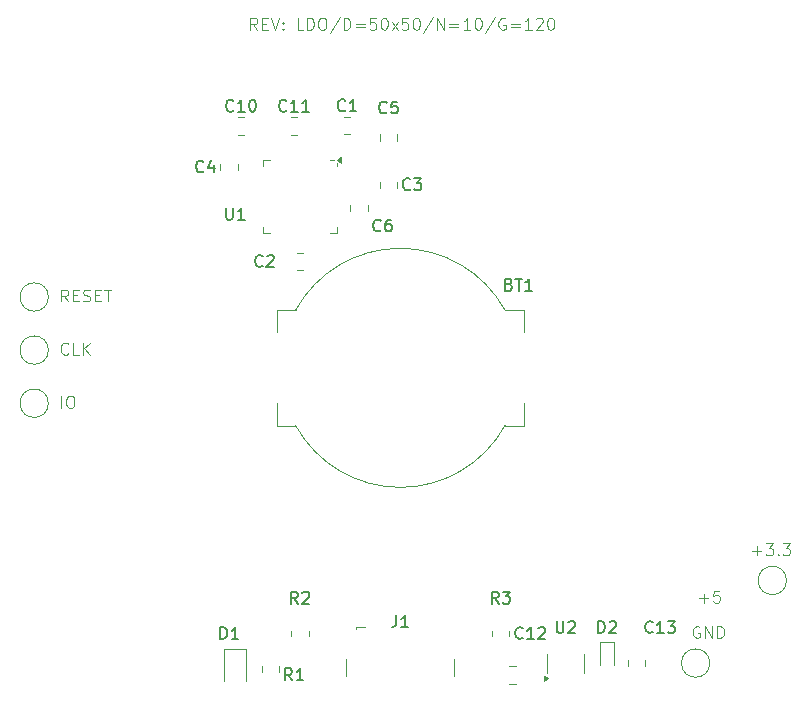
<source format=gbr>
%TF.GenerationSoftware,KiCad,Pcbnew,8.0.3-8.0.3-0~ubuntu24.04.1*%
%TF.CreationDate,2024-06-13T22:02:11+05:00*%
%TF.ProjectId,solartap_mcu_clear,736f6c61-7274-4617-905f-6d63755f636c,rev?*%
%TF.SameCoordinates,Original*%
%TF.FileFunction,Legend,Top*%
%TF.FilePolarity,Positive*%
%FSLAX46Y46*%
G04 Gerber Fmt 4.6, Leading zero omitted, Abs format (unit mm)*
G04 Created by KiCad (PCBNEW 8.0.3-8.0.3-0~ubuntu24.04.1) date 2024-06-13 22:02:11*
%MOMM*%
%LPD*%
G01*
G04 APERTURE LIST*
%ADD10C,0.100000*%
%ADD11C,0.150000*%
%ADD12C,0.120000*%
G04 APERTURE END LIST*
D10*
X66875312Y-75872419D02*
X66541979Y-75396228D01*
X66303884Y-75872419D02*
X66303884Y-74872419D01*
X66303884Y-74872419D02*
X66684836Y-74872419D01*
X66684836Y-74872419D02*
X66780074Y-74920038D01*
X66780074Y-74920038D02*
X66827693Y-74967657D01*
X66827693Y-74967657D02*
X66875312Y-75062895D01*
X66875312Y-75062895D02*
X66875312Y-75205752D01*
X66875312Y-75205752D02*
X66827693Y-75300990D01*
X66827693Y-75300990D02*
X66780074Y-75348609D01*
X66780074Y-75348609D02*
X66684836Y-75396228D01*
X66684836Y-75396228D02*
X66303884Y-75396228D01*
X67303884Y-75348609D02*
X67637217Y-75348609D01*
X67780074Y-75872419D02*
X67303884Y-75872419D01*
X67303884Y-75872419D02*
X67303884Y-74872419D01*
X67303884Y-74872419D02*
X67780074Y-74872419D01*
X68161027Y-75824800D02*
X68303884Y-75872419D01*
X68303884Y-75872419D02*
X68541979Y-75872419D01*
X68541979Y-75872419D02*
X68637217Y-75824800D01*
X68637217Y-75824800D02*
X68684836Y-75777180D01*
X68684836Y-75777180D02*
X68732455Y-75681942D01*
X68732455Y-75681942D02*
X68732455Y-75586704D01*
X68732455Y-75586704D02*
X68684836Y-75491466D01*
X68684836Y-75491466D02*
X68637217Y-75443847D01*
X68637217Y-75443847D02*
X68541979Y-75396228D01*
X68541979Y-75396228D02*
X68351503Y-75348609D01*
X68351503Y-75348609D02*
X68256265Y-75300990D01*
X68256265Y-75300990D02*
X68208646Y-75253371D01*
X68208646Y-75253371D02*
X68161027Y-75158133D01*
X68161027Y-75158133D02*
X68161027Y-75062895D01*
X68161027Y-75062895D02*
X68208646Y-74967657D01*
X68208646Y-74967657D02*
X68256265Y-74920038D01*
X68256265Y-74920038D02*
X68351503Y-74872419D01*
X68351503Y-74872419D02*
X68589598Y-74872419D01*
X68589598Y-74872419D02*
X68732455Y-74920038D01*
X69161027Y-75348609D02*
X69494360Y-75348609D01*
X69637217Y-75872419D02*
X69161027Y-75872419D01*
X69161027Y-75872419D02*
X69161027Y-74872419D01*
X69161027Y-74872419D02*
X69637217Y-74872419D01*
X69922932Y-74872419D02*
X70494360Y-74872419D01*
X70208646Y-75872419D02*
X70208646Y-74872419D01*
X124803884Y-96991466D02*
X125565789Y-96991466D01*
X125184836Y-97372419D02*
X125184836Y-96610514D01*
X125946741Y-96372419D02*
X126565788Y-96372419D01*
X126565788Y-96372419D02*
X126232455Y-96753371D01*
X126232455Y-96753371D02*
X126375312Y-96753371D01*
X126375312Y-96753371D02*
X126470550Y-96800990D01*
X126470550Y-96800990D02*
X126518169Y-96848609D01*
X126518169Y-96848609D02*
X126565788Y-96943847D01*
X126565788Y-96943847D02*
X126565788Y-97181942D01*
X126565788Y-97181942D02*
X126518169Y-97277180D01*
X126518169Y-97277180D02*
X126470550Y-97324800D01*
X126470550Y-97324800D02*
X126375312Y-97372419D01*
X126375312Y-97372419D02*
X126089598Y-97372419D01*
X126089598Y-97372419D02*
X125994360Y-97324800D01*
X125994360Y-97324800D02*
X125946741Y-97277180D01*
X126994360Y-97277180D02*
X127041979Y-97324800D01*
X127041979Y-97324800D02*
X126994360Y-97372419D01*
X126994360Y-97372419D02*
X126946741Y-97324800D01*
X126946741Y-97324800D02*
X126994360Y-97277180D01*
X126994360Y-97277180D02*
X126994360Y-97372419D01*
X127375312Y-96372419D02*
X127994359Y-96372419D01*
X127994359Y-96372419D02*
X127661026Y-96753371D01*
X127661026Y-96753371D02*
X127803883Y-96753371D01*
X127803883Y-96753371D02*
X127899121Y-96800990D01*
X127899121Y-96800990D02*
X127946740Y-96848609D01*
X127946740Y-96848609D02*
X127994359Y-96943847D01*
X127994359Y-96943847D02*
X127994359Y-97181942D01*
X127994359Y-97181942D02*
X127946740Y-97277180D01*
X127946740Y-97277180D02*
X127899121Y-97324800D01*
X127899121Y-97324800D02*
X127803883Y-97372419D01*
X127803883Y-97372419D02*
X127518169Y-97372419D01*
X127518169Y-97372419D02*
X127422931Y-97324800D01*
X127422931Y-97324800D02*
X127375312Y-97277180D01*
X66303884Y-84872419D02*
X66303884Y-83872419D01*
X66970550Y-83872419D02*
X67161026Y-83872419D01*
X67161026Y-83872419D02*
X67256264Y-83920038D01*
X67256264Y-83920038D02*
X67351502Y-84015276D01*
X67351502Y-84015276D02*
X67399121Y-84205752D01*
X67399121Y-84205752D02*
X67399121Y-84539085D01*
X67399121Y-84539085D02*
X67351502Y-84729561D01*
X67351502Y-84729561D02*
X67256264Y-84824800D01*
X67256264Y-84824800D02*
X67161026Y-84872419D01*
X67161026Y-84872419D02*
X66970550Y-84872419D01*
X66970550Y-84872419D02*
X66875312Y-84824800D01*
X66875312Y-84824800D02*
X66780074Y-84729561D01*
X66780074Y-84729561D02*
X66732455Y-84539085D01*
X66732455Y-84539085D02*
X66732455Y-84205752D01*
X66732455Y-84205752D02*
X66780074Y-84015276D01*
X66780074Y-84015276D02*
X66875312Y-83920038D01*
X66875312Y-83920038D02*
X66970550Y-83872419D01*
X120327693Y-103420038D02*
X120232455Y-103372419D01*
X120232455Y-103372419D02*
X120089598Y-103372419D01*
X120089598Y-103372419D02*
X119946741Y-103420038D01*
X119946741Y-103420038D02*
X119851503Y-103515276D01*
X119851503Y-103515276D02*
X119803884Y-103610514D01*
X119803884Y-103610514D02*
X119756265Y-103800990D01*
X119756265Y-103800990D02*
X119756265Y-103943847D01*
X119756265Y-103943847D02*
X119803884Y-104134323D01*
X119803884Y-104134323D02*
X119851503Y-104229561D01*
X119851503Y-104229561D02*
X119946741Y-104324800D01*
X119946741Y-104324800D02*
X120089598Y-104372419D01*
X120089598Y-104372419D02*
X120184836Y-104372419D01*
X120184836Y-104372419D02*
X120327693Y-104324800D01*
X120327693Y-104324800D02*
X120375312Y-104277180D01*
X120375312Y-104277180D02*
X120375312Y-103943847D01*
X120375312Y-103943847D02*
X120184836Y-103943847D01*
X120803884Y-104372419D02*
X120803884Y-103372419D01*
X120803884Y-103372419D02*
X121375312Y-104372419D01*
X121375312Y-104372419D02*
X121375312Y-103372419D01*
X121851503Y-104372419D02*
X121851503Y-103372419D01*
X121851503Y-103372419D02*
X122089598Y-103372419D01*
X122089598Y-103372419D02*
X122232455Y-103420038D01*
X122232455Y-103420038D02*
X122327693Y-103515276D01*
X122327693Y-103515276D02*
X122375312Y-103610514D01*
X122375312Y-103610514D02*
X122422931Y-103800990D01*
X122422931Y-103800990D02*
X122422931Y-103943847D01*
X122422931Y-103943847D02*
X122375312Y-104134323D01*
X122375312Y-104134323D02*
X122327693Y-104229561D01*
X122327693Y-104229561D02*
X122232455Y-104324800D01*
X122232455Y-104324800D02*
X122089598Y-104372419D01*
X122089598Y-104372419D02*
X121851503Y-104372419D01*
X66875312Y-80277180D02*
X66827693Y-80324800D01*
X66827693Y-80324800D02*
X66684836Y-80372419D01*
X66684836Y-80372419D02*
X66589598Y-80372419D01*
X66589598Y-80372419D02*
X66446741Y-80324800D01*
X66446741Y-80324800D02*
X66351503Y-80229561D01*
X66351503Y-80229561D02*
X66303884Y-80134323D01*
X66303884Y-80134323D02*
X66256265Y-79943847D01*
X66256265Y-79943847D02*
X66256265Y-79800990D01*
X66256265Y-79800990D02*
X66303884Y-79610514D01*
X66303884Y-79610514D02*
X66351503Y-79515276D01*
X66351503Y-79515276D02*
X66446741Y-79420038D01*
X66446741Y-79420038D02*
X66589598Y-79372419D01*
X66589598Y-79372419D02*
X66684836Y-79372419D01*
X66684836Y-79372419D02*
X66827693Y-79420038D01*
X66827693Y-79420038D02*
X66875312Y-79467657D01*
X67780074Y-80372419D02*
X67303884Y-80372419D01*
X67303884Y-80372419D02*
X67303884Y-79372419D01*
X68113408Y-80372419D02*
X68113408Y-79372419D01*
X68684836Y-80372419D02*
X68256265Y-79800990D01*
X68684836Y-79372419D02*
X68113408Y-79943847D01*
X82875312Y-52872419D02*
X82541979Y-52396228D01*
X82303884Y-52872419D02*
X82303884Y-51872419D01*
X82303884Y-51872419D02*
X82684836Y-51872419D01*
X82684836Y-51872419D02*
X82780074Y-51920038D01*
X82780074Y-51920038D02*
X82827693Y-51967657D01*
X82827693Y-51967657D02*
X82875312Y-52062895D01*
X82875312Y-52062895D02*
X82875312Y-52205752D01*
X82875312Y-52205752D02*
X82827693Y-52300990D01*
X82827693Y-52300990D02*
X82780074Y-52348609D01*
X82780074Y-52348609D02*
X82684836Y-52396228D01*
X82684836Y-52396228D02*
X82303884Y-52396228D01*
X83303884Y-52348609D02*
X83637217Y-52348609D01*
X83780074Y-52872419D02*
X83303884Y-52872419D01*
X83303884Y-52872419D02*
X83303884Y-51872419D01*
X83303884Y-51872419D02*
X83780074Y-51872419D01*
X84065789Y-51872419D02*
X84399122Y-52872419D01*
X84399122Y-52872419D02*
X84732455Y-51872419D01*
X85065789Y-52777180D02*
X85113408Y-52824800D01*
X85113408Y-52824800D02*
X85065789Y-52872419D01*
X85065789Y-52872419D02*
X85018170Y-52824800D01*
X85018170Y-52824800D02*
X85065789Y-52777180D01*
X85065789Y-52777180D02*
X85065789Y-52872419D01*
X85065789Y-52253371D02*
X85113408Y-52300990D01*
X85113408Y-52300990D02*
X85065789Y-52348609D01*
X85065789Y-52348609D02*
X85018170Y-52300990D01*
X85018170Y-52300990D02*
X85065789Y-52253371D01*
X85065789Y-52253371D02*
X85065789Y-52348609D01*
X86780074Y-52872419D02*
X86303884Y-52872419D01*
X86303884Y-52872419D02*
X86303884Y-51872419D01*
X87113408Y-52872419D02*
X87113408Y-51872419D01*
X87113408Y-51872419D02*
X87351503Y-51872419D01*
X87351503Y-51872419D02*
X87494360Y-51920038D01*
X87494360Y-51920038D02*
X87589598Y-52015276D01*
X87589598Y-52015276D02*
X87637217Y-52110514D01*
X87637217Y-52110514D02*
X87684836Y-52300990D01*
X87684836Y-52300990D02*
X87684836Y-52443847D01*
X87684836Y-52443847D02*
X87637217Y-52634323D01*
X87637217Y-52634323D02*
X87589598Y-52729561D01*
X87589598Y-52729561D02*
X87494360Y-52824800D01*
X87494360Y-52824800D02*
X87351503Y-52872419D01*
X87351503Y-52872419D02*
X87113408Y-52872419D01*
X88303884Y-51872419D02*
X88494360Y-51872419D01*
X88494360Y-51872419D02*
X88589598Y-51920038D01*
X88589598Y-51920038D02*
X88684836Y-52015276D01*
X88684836Y-52015276D02*
X88732455Y-52205752D01*
X88732455Y-52205752D02*
X88732455Y-52539085D01*
X88732455Y-52539085D02*
X88684836Y-52729561D01*
X88684836Y-52729561D02*
X88589598Y-52824800D01*
X88589598Y-52824800D02*
X88494360Y-52872419D01*
X88494360Y-52872419D02*
X88303884Y-52872419D01*
X88303884Y-52872419D02*
X88208646Y-52824800D01*
X88208646Y-52824800D02*
X88113408Y-52729561D01*
X88113408Y-52729561D02*
X88065789Y-52539085D01*
X88065789Y-52539085D02*
X88065789Y-52205752D01*
X88065789Y-52205752D02*
X88113408Y-52015276D01*
X88113408Y-52015276D02*
X88208646Y-51920038D01*
X88208646Y-51920038D02*
X88303884Y-51872419D01*
X89875312Y-51824800D02*
X89018170Y-53110514D01*
X90208646Y-52872419D02*
X90208646Y-51872419D01*
X90208646Y-51872419D02*
X90446741Y-51872419D01*
X90446741Y-51872419D02*
X90589598Y-51920038D01*
X90589598Y-51920038D02*
X90684836Y-52015276D01*
X90684836Y-52015276D02*
X90732455Y-52110514D01*
X90732455Y-52110514D02*
X90780074Y-52300990D01*
X90780074Y-52300990D02*
X90780074Y-52443847D01*
X90780074Y-52443847D02*
X90732455Y-52634323D01*
X90732455Y-52634323D02*
X90684836Y-52729561D01*
X90684836Y-52729561D02*
X90589598Y-52824800D01*
X90589598Y-52824800D02*
X90446741Y-52872419D01*
X90446741Y-52872419D02*
X90208646Y-52872419D01*
X91208646Y-52348609D02*
X91970551Y-52348609D01*
X91970551Y-52634323D02*
X91208646Y-52634323D01*
X92922931Y-51872419D02*
X92446741Y-51872419D01*
X92446741Y-51872419D02*
X92399122Y-52348609D01*
X92399122Y-52348609D02*
X92446741Y-52300990D01*
X92446741Y-52300990D02*
X92541979Y-52253371D01*
X92541979Y-52253371D02*
X92780074Y-52253371D01*
X92780074Y-52253371D02*
X92875312Y-52300990D01*
X92875312Y-52300990D02*
X92922931Y-52348609D01*
X92922931Y-52348609D02*
X92970550Y-52443847D01*
X92970550Y-52443847D02*
X92970550Y-52681942D01*
X92970550Y-52681942D02*
X92922931Y-52777180D01*
X92922931Y-52777180D02*
X92875312Y-52824800D01*
X92875312Y-52824800D02*
X92780074Y-52872419D01*
X92780074Y-52872419D02*
X92541979Y-52872419D01*
X92541979Y-52872419D02*
X92446741Y-52824800D01*
X92446741Y-52824800D02*
X92399122Y-52777180D01*
X93589598Y-51872419D02*
X93684836Y-51872419D01*
X93684836Y-51872419D02*
X93780074Y-51920038D01*
X93780074Y-51920038D02*
X93827693Y-51967657D01*
X93827693Y-51967657D02*
X93875312Y-52062895D01*
X93875312Y-52062895D02*
X93922931Y-52253371D01*
X93922931Y-52253371D02*
X93922931Y-52491466D01*
X93922931Y-52491466D02*
X93875312Y-52681942D01*
X93875312Y-52681942D02*
X93827693Y-52777180D01*
X93827693Y-52777180D02*
X93780074Y-52824800D01*
X93780074Y-52824800D02*
X93684836Y-52872419D01*
X93684836Y-52872419D02*
X93589598Y-52872419D01*
X93589598Y-52872419D02*
X93494360Y-52824800D01*
X93494360Y-52824800D02*
X93446741Y-52777180D01*
X93446741Y-52777180D02*
X93399122Y-52681942D01*
X93399122Y-52681942D02*
X93351503Y-52491466D01*
X93351503Y-52491466D02*
X93351503Y-52253371D01*
X93351503Y-52253371D02*
X93399122Y-52062895D01*
X93399122Y-52062895D02*
X93446741Y-51967657D01*
X93446741Y-51967657D02*
X93494360Y-51920038D01*
X93494360Y-51920038D02*
X93589598Y-51872419D01*
X94256265Y-52872419D02*
X94780074Y-52205752D01*
X94256265Y-52205752D02*
X94780074Y-52872419D01*
X95637217Y-51872419D02*
X95161027Y-51872419D01*
X95161027Y-51872419D02*
X95113408Y-52348609D01*
X95113408Y-52348609D02*
X95161027Y-52300990D01*
X95161027Y-52300990D02*
X95256265Y-52253371D01*
X95256265Y-52253371D02*
X95494360Y-52253371D01*
X95494360Y-52253371D02*
X95589598Y-52300990D01*
X95589598Y-52300990D02*
X95637217Y-52348609D01*
X95637217Y-52348609D02*
X95684836Y-52443847D01*
X95684836Y-52443847D02*
X95684836Y-52681942D01*
X95684836Y-52681942D02*
X95637217Y-52777180D01*
X95637217Y-52777180D02*
X95589598Y-52824800D01*
X95589598Y-52824800D02*
X95494360Y-52872419D01*
X95494360Y-52872419D02*
X95256265Y-52872419D01*
X95256265Y-52872419D02*
X95161027Y-52824800D01*
X95161027Y-52824800D02*
X95113408Y-52777180D01*
X96303884Y-51872419D02*
X96399122Y-51872419D01*
X96399122Y-51872419D02*
X96494360Y-51920038D01*
X96494360Y-51920038D02*
X96541979Y-51967657D01*
X96541979Y-51967657D02*
X96589598Y-52062895D01*
X96589598Y-52062895D02*
X96637217Y-52253371D01*
X96637217Y-52253371D02*
X96637217Y-52491466D01*
X96637217Y-52491466D02*
X96589598Y-52681942D01*
X96589598Y-52681942D02*
X96541979Y-52777180D01*
X96541979Y-52777180D02*
X96494360Y-52824800D01*
X96494360Y-52824800D02*
X96399122Y-52872419D01*
X96399122Y-52872419D02*
X96303884Y-52872419D01*
X96303884Y-52872419D02*
X96208646Y-52824800D01*
X96208646Y-52824800D02*
X96161027Y-52777180D01*
X96161027Y-52777180D02*
X96113408Y-52681942D01*
X96113408Y-52681942D02*
X96065789Y-52491466D01*
X96065789Y-52491466D02*
X96065789Y-52253371D01*
X96065789Y-52253371D02*
X96113408Y-52062895D01*
X96113408Y-52062895D02*
X96161027Y-51967657D01*
X96161027Y-51967657D02*
X96208646Y-51920038D01*
X96208646Y-51920038D02*
X96303884Y-51872419D01*
X97780074Y-51824800D02*
X96922932Y-53110514D01*
X98113408Y-52872419D02*
X98113408Y-51872419D01*
X98113408Y-51872419D02*
X98684836Y-52872419D01*
X98684836Y-52872419D02*
X98684836Y-51872419D01*
X99161027Y-52348609D02*
X99922932Y-52348609D01*
X99922932Y-52634323D02*
X99161027Y-52634323D01*
X100922931Y-52872419D02*
X100351503Y-52872419D01*
X100637217Y-52872419D02*
X100637217Y-51872419D01*
X100637217Y-51872419D02*
X100541979Y-52015276D01*
X100541979Y-52015276D02*
X100446741Y-52110514D01*
X100446741Y-52110514D02*
X100351503Y-52158133D01*
X101541979Y-51872419D02*
X101637217Y-51872419D01*
X101637217Y-51872419D02*
X101732455Y-51920038D01*
X101732455Y-51920038D02*
X101780074Y-51967657D01*
X101780074Y-51967657D02*
X101827693Y-52062895D01*
X101827693Y-52062895D02*
X101875312Y-52253371D01*
X101875312Y-52253371D02*
X101875312Y-52491466D01*
X101875312Y-52491466D02*
X101827693Y-52681942D01*
X101827693Y-52681942D02*
X101780074Y-52777180D01*
X101780074Y-52777180D02*
X101732455Y-52824800D01*
X101732455Y-52824800D02*
X101637217Y-52872419D01*
X101637217Y-52872419D02*
X101541979Y-52872419D01*
X101541979Y-52872419D02*
X101446741Y-52824800D01*
X101446741Y-52824800D02*
X101399122Y-52777180D01*
X101399122Y-52777180D02*
X101351503Y-52681942D01*
X101351503Y-52681942D02*
X101303884Y-52491466D01*
X101303884Y-52491466D02*
X101303884Y-52253371D01*
X101303884Y-52253371D02*
X101351503Y-52062895D01*
X101351503Y-52062895D02*
X101399122Y-51967657D01*
X101399122Y-51967657D02*
X101446741Y-51920038D01*
X101446741Y-51920038D02*
X101541979Y-51872419D01*
X103018169Y-51824800D02*
X102161027Y-53110514D01*
X103875312Y-51920038D02*
X103780074Y-51872419D01*
X103780074Y-51872419D02*
X103637217Y-51872419D01*
X103637217Y-51872419D02*
X103494360Y-51920038D01*
X103494360Y-51920038D02*
X103399122Y-52015276D01*
X103399122Y-52015276D02*
X103351503Y-52110514D01*
X103351503Y-52110514D02*
X103303884Y-52300990D01*
X103303884Y-52300990D02*
X103303884Y-52443847D01*
X103303884Y-52443847D02*
X103351503Y-52634323D01*
X103351503Y-52634323D02*
X103399122Y-52729561D01*
X103399122Y-52729561D02*
X103494360Y-52824800D01*
X103494360Y-52824800D02*
X103637217Y-52872419D01*
X103637217Y-52872419D02*
X103732455Y-52872419D01*
X103732455Y-52872419D02*
X103875312Y-52824800D01*
X103875312Y-52824800D02*
X103922931Y-52777180D01*
X103922931Y-52777180D02*
X103922931Y-52443847D01*
X103922931Y-52443847D02*
X103732455Y-52443847D01*
X104351503Y-52348609D02*
X105113408Y-52348609D01*
X105113408Y-52634323D02*
X104351503Y-52634323D01*
X106113407Y-52872419D02*
X105541979Y-52872419D01*
X105827693Y-52872419D02*
X105827693Y-51872419D01*
X105827693Y-51872419D02*
X105732455Y-52015276D01*
X105732455Y-52015276D02*
X105637217Y-52110514D01*
X105637217Y-52110514D02*
X105541979Y-52158133D01*
X106494360Y-51967657D02*
X106541979Y-51920038D01*
X106541979Y-51920038D02*
X106637217Y-51872419D01*
X106637217Y-51872419D02*
X106875312Y-51872419D01*
X106875312Y-51872419D02*
X106970550Y-51920038D01*
X106970550Y-51920038D02*
X107018169Y-51967657D01*
X107018169Y-51967657D02*
X107065788Y-52062895D01*
X107065788Y-52062895D02*
X107065788Y-52158133D01*
X107065788Y-52158133D02*
X107018169Y-52300990D01*
X107018169Y-52300990D02*
X106446741Y-52872419D01*
X106446741Y-52872419D02*
X107065788Y-52872419D01*
X107684836Y-51872419D02*
X107780074Y-51872419D01*
X107780074Y-51872419D02*
X107875312Y-51920038D01*
X107875312Y-51920038D02*
X107922931Y-51967657D01*
X107922931Y-51967657D02*
X107970550Y-52062895D01*
X107970550Y-52062895D02*
X108018169Y-52253371D01*
X108018169Y-52253371D02*
X108018169Y-52491466D01*
X108018169Y-52491466D02*
X107970550Y-52681942D01*
X107970550Y-52681942D02*
X107922931Y-52777180D01*
X107922931Y-52777180D02*
X107875312Y-52824800D01*
X107875312Y-52824800D02*
X107780074Y-52872419D01*
X107780074Y-52872419D02*
X107684836Y-52872419D01*
X107684836Y-52872419D02*
X107589598Y-52824800D01*
X107589598Y-52824800D02*
X107541979Y-52777180D01*
X107541979Y-52777180D02*
X107494360Y-52681942D01*
X107494360Y-52681942D02*
X107446741Y-52491466D01*
X107446741Y-52491466D02*
X107446741Y-52253371D01*
X107446741Y-52253371D02*
X107494360Y-52062895D01*
X107494360Y-52062895D02*
X107541979Y-51967657D01*
X107541979Y-51967657D02*
X107589598Y-51920038D01*
X107589598Y-51920038D02*
X107684836Y-51872419D01*
X120303884Y-100991466D02*
X121065789Y-100991466D01*
X120684836Y-101372419D02*
X120684836Y-100610514D01*
X122018169Y-100372419D02*
X121541979Y-100372419D01*
X121541979Y-100372419D02*
X121494360Y-100848609D01*
X121494360Y-100848609D02*
X121541979Y-100800990D01*
X121541979Y-100800990D02*
X121637217Y-100753371D01*
X121637217Y-100753371D02*
X121875312Y-100753371D01*
X121875312Y-100753371D02*
X121970550Y-100800990D01*
X121970550Y-100800990D02*
X122018169Y-100848609D01*
X122018169Y-100848609D02*
X122065788Y-100943847D01*
X122065788Y-100943847D02*
X122065788Y-101181942D01*
X122065788Y-101181942D02*
X122018169Y-101277180D01*
X122018169Y-101277180D02*
X121970550Y-101324800D01*
X121970550Y-101324800D02*
X121875312Y-101372419D01*
X121875312Y-101372419D02*
X121637217Y-101372419D01*
X121637217Y-101372419D02*
X121541979Y-101324800D01*
X121541979Y-101324800D02*
X121494360Y-101277180D01*
D11*
X93833333Y-59859580D02*
X93785714Y-59907200D01*
X93785714Y-59907200D02*
X93642857Y-59954819D01*
X93642857Y-59954819D02*
X93547619Y-59954819D01*
X93547619Y-59954819D02*
X93404762Y-59907200D01*
X93404762Y-59907200D02*
X93309524Y-59811961D01*
X93309524Y-59811961D02*
X93261905Y-59716723D01*
X93261905Y-59716723D02*
X93214286Y-59526247D01*
X93214286Y-59526247D02*
X93214286Y-59383390D01*
X93214286Y-59383390D02*
X93261905Y-59192914D01*
X93261905Y-59192914D02*
X93309524Y-59097676D01*
X93309524Y-59097676D02*
X93404762Y-59002438D01*
X93404762Y-59002438D02*
X93547619Y-58954819D01*
X93547619Y-58954819D02*
X93642857Y-58954819D01*
X93642857Y-58954819D02*
X93785714Y-59002438D01*
X93785714Y-59002438D02*
X93833333Y-59050057D01*
X94738095Y-58954819D02*
X94261905Y-58954819D01*
X94261905Y-58954819D02*
X94214286Y-59431009D01*
X94214286Y-59431009D02*
X94261905Y-59383390D01*
X94261905Y-59383390D02*
X94357143Y-59335771D01*
X94357143Y-59335771D02*
X94595238Y-59335771D01*
X94595238Y-59335771D02*
X94690476Y-59383390D01*
X94690476Y-59383390D02*
X94738095Y-59431009D01*
X94738095Y-59431009D02*
X94785714Y-59526247D01*
X94785714Y-59526247D02*
X94785714Y-59764342D01*
X94785714Y-59764342D02*
X94738095Y-59859580D01*
X94738095Y-59859580D02*
X94690476Y-59907200D01*
X94690476Y-59907200D02*
X94595238Y-59954819D01*
X94595238Y-59954819D02*
X94357143Y-59954819D01*
X94357143Y-59954819D02*
X94261905Y-59907200D01*
X94261905Y-59907200D02*
X94214286Y-59859580D01*
X78333333Y-64859580D02*
X78285714Y-64907200D01*
X78285714Y-64907200D02*
X78142857Y-64954819D01*
X78142857Y-64954819D02*
X78047619Y-64954819D01*
X78047619Y-64954819D02*
X77904762Y-64907200D01*
X77904762Y-64907200D02*
X77809524Y-64811961D01*
X77809524Y-64811961D02*
X77761905Y-64716723D01*
X77761905Y-64716723D02*
X77714286Y-64526247D01*
X77714286Y-64526247D02*
X77714286Y-64383390D01*
X77714286Y-64383390D02*
X77761905Y-64192914D01*
X77761905Y-64192914D02*
X77809524Y-64097676D01*
X77809524Y-64097676D02*
X77904762Y-64002438D01*
X77904762Y-64002438D02*
X78047619Y-63954819D01*
X78047619Y-63954819D02*
X78142857Y-63954819D01*
X78142857Y-63954819D02*
X78285714Y-64002438D01*
X78285714Y-64002438D02*
X78333333Y-64050057D01*
X79190476Y-64288152D02*
X79190476Y-64954819D01*
X78952381Y-63907200D02*
X78714286Y-64621485D01*
X78714286Y-64621485D02*
X79333333Y-64621485D01*
X95833333Y-66359580D02*
X95785714Y-66407200D01*
X95785714Y-66407200D02*
X95642857Y-66454819D01*
X95642857Y-66454819D02*
X95547619Y-66454819D01*
X95547619Y-66454819D02*
X95404762Y-66407200D01*
X95404762Y-66407200D02*
X95309524Y-66311961D01*
X95309524Y-66311961D02*
X95261905Y-66216723D01*
X95261905Y-66216723D02*
X95214286Y-66026247D01*
X95214286Y-66026247D02*
X95214286Y-65883390D01*
X95214286Y-65883390D02*
X95261905Y-65692914D01*
X95261905Y-65692914D02*
X95309524Y-65597676D01*
X95309524Y-65597676D02*
X95404762Y-65502438D01*
X95404762Y-65502438D02*
X95547619Y-65454819D01*
X95547619Y-65454819D02*
X95642857Y-65454819D01*
X95642857Y-65454819D02*
X95785714Y-65502438D01*
X95785714Y-65502438D02*
X95833333Y-65550057D01*
X96166667Y-65454819D02*
X96785714Y-65454819D01*
X96785714Y-65454819D02*
X96452381Y-65835771D01*
X96452381Y-65835771D02*
X96595238Y-65835771D01*
X96595238Y-65835771D02*
X96690476Y-65883390D01*
X96690476Y-65883390D02*
X96738095Y-65931009D01*
X96738095Y-65931009D02*
X96785714Y-66026247D01*
X96785714Y-66026247D02*
X96785714Y-66264342D01*
X96785714Y-66264342D02*
X96738095Y-66359580D01*
X96738095Y-66359580D02*
X96690476Y-66407200D01*
X96690476Y-66407200D02*
X96595238Y-66454819D01*
X96595238Y-66454819D02*
X96309524Y-66454819D01*
X96309524Y-66454819D02*
X96214286Y-66407200D01*
X96214286Y-66407200D02*
X96166667Y-66359580D01*
X104214285Y-74431009D02*
X104357142Y-74478628D01*
X104357142Y-74478628D02*
X104404761Y-74526247D01*
X104404761Y-74526247D02*
X104452380Y-74621485D01*
X104452380Y-74621485D02*
X104452380Y-74764342D01*
X104452380Y-74764342D02*
X104404761Y-74859580D01*
X104404761Y-74859580D02*
X104357142Y-74907200D01*
X104357142Y-74907200D02*
X104261904Y-74954819D01*
X104261904Y-74954819D02*
X103880952Y-74954819D01*
X103880952Y-74954819D02*
X103880952Y-73954819D01*
X103880952Y-73954819D02*
X104214285Y-73954819D01*
X104214285Y-73954819D02*
X104309523Y-74002438D01*
X104309523Y-74002438D02*
X104357142Y-74050057D01*
X104357142Y-74050057D02*
X104404761Y-74145295D01*
X104404761Y-74145295D02*
X104404761Y-74240533D01*
X104404761Y-74240533D02*
X104357142Y-74335771D01*
X104357142Y-74335771D02*
X104309523Y-74383390D01*
X104309523Y-74383390D02*
X104214285Y-74431009D01*
X104214285Y-74431009D02*
X103880952Y-74431009D01*
X104738095Y-73954819D02*
X105309523Y-73954819D01*
X105023809Y-74954819D02*
X105023809Y-73954819D01*
X106166666Y-74954819D02*
X105595238Y-74954819D01*
X105880952Y-74954819D02*
X105880952Y-73954819D01*
X105880952Y-73954819D02*
X105785714Y-74097676D01*
X105785714Y-74097676D02*
X105690476Y-74192914D01*
X105690476Y-74192914D02*
X105595238Y-74240533D01*
X85833333Y-107954819D02*
X85500000Y-107478628D01*
X85261905Y-107954819D02*
X85261905Y-106954819D01*
X85261905Y-106954819D02*
X85642857Y-106954819D01*
X85642857Y-106954819D02*
X85738095Y-107002438D01*
X85738095Y-107002438D02*
X85785714Y-107050057D01*
X85785714Y-107050057D02*
X85833333Y-107145295D01*
X85833333Y-107145295D02*
X85833333Y-107288152D01*
X85833333Y-107288152D02*
X85785714Y-107383390D01*
X85785714Y-107383390D02*
X85738095Y-107431009D01*
X85738095Y-107431009D02*
X85642857Y-107478628D01*
X85642857Y-107478628D02*
X85261905Y-107478628D01*
X86785714Y-107954819D02*
X86214286Y-107954819D01*
X86500000Y-107954819D02*
X86500000Y-106954819D01*
X86500000Y-106954819D02*
X86404762Y-107097676D01*
X86404762Y-107097676D02*
X86309524Y-107192914D01*
X86309524Y-107192914D02*
X86214286Y-107240533D01*
X80857142Y-59709580D02*
X80809523Y-59757200D01*
X80809523Y-59757200D02*
X80666666Y-59804819D01*
X80666666Y-59804819D02*
X80571428Y-59804819D01*
X80571428Y-59804819D02*
X80428571Y-59757200D01*
X80428571Y-59757200D02*
X80333333Y-59661961D01*
X80333333Y-59661961D02*
X80285714Y-59566723D01*
X80285714Y-59566723D02*
X80238095Y-59376247D01*
X80238095Y-59376247D02*
X80238095Y-59233390D01*
X80238095Y-59233390D02*
X80285714Y-59042914D01*
X80285714Y-59042914D02*
X80333333Y-58947676D01*
X80333333Y-58947676D02*
X80428571Y-58852438D01*
X80428571Y-58852438D02*
X80571428Y-58804819D01*
X80571428Y-58804819D02*
X80666666Y-58804819D01*
X80666666Y-58804819D02*
X80809523Y-58852438D01*
X80809523Y-58852438D02*
X80857142Y-58900057D01*
X81809523Y-59804819D02*
X81238095Y-59804819D01*
X81523809Y-59804819D02*
X81523809Y-58804819D01*
X81523809Y-58804819D02*
X81428571Y-58947676D01*
X81428571Y-58947676D02*
X81333333Y-59042914D01*
X81333333Y-59042914D02*
X81238095Y-59090533D01*
X82428571Y-58804819D02*
X82523809Y-58804819D01*
X82523809Y-58804819D02*
X82619047Y-58852438D01*
X82619047Y-58852438D02*
X82666666Y-58900057D01*
X82666666Y-58900057D02*
X82714285Y-58995295D01*
X82714285Y-58995295D02*
X82761904Y-59185771D01*
X82761904Y-59185771D02*
X82761904Y-59423866D01*
X82761904Y-59423866D02*
X82714285Y-59614342D01*
X82714285Y-59614342D02*
X82666666Y-59709580D01*
X82666666Y-59709580D02*
X82619047Y-59757200D01*
X82619047Y-59757200D02*
X82523809Y-59804819D01*
X82523809Y-59804819D02*
X82428571Y-59804819D01*
X82428571Y-59804819D02*
X82333333Y-59757200D01*
X82333333Y-59757200D02*
X82285714Y-59709580D01*
X82285714Y-59709580D02*
X82238095Y-59614342D01*
X82238095Y-59614342D02*
X82190476Y-59423866D01*
X82190476Y-59423866D02*
X82190476Y-59185771D01*
X82190476Y-59185771D02*
X82238095Y-58995295D01*
X82238095Y-58995295D02*
X82285714Y-58900057D01*
X82285714Y-58900057D02*
X82333333Y-58852438D01*
X82333333Y-58852438D02*
X82428571Y-58804819D01*
X94666666Y-102439819D02*
X94666666Y-103154104D01*
X94666666Y-103154104D02*
X94619047Y-103296961D01*
X94619047Y-103296961D02*
X94523809Y-103392200D01*
X94523809Y-103392200D02*
X94380952Y-103439819D01*
X94380952Y-103439819D02*
X94285714Y-103439819D01*
X95666666Y-103439819D02*
X95095238Y-103439819D01*
X95380952Y-103439819D02*
X95380952Y-102439819D01*
X95380952Y-102439819D02*
X95285714Y-102582676D01*
X95285714Y-102582676D02*
X95190476Y-102677914D01*
X95190476Y-102677914D02*
X95095238Y-102725533D01*
X79761905Y-104454819D02*
X79761905Y-103454819D01*
X79761905Y-103454819D02*
X80000000Y-103454819D01*
X80000000Y-103454819D02*
X80142857Y-103502438D01*
X80142857Y-103502438D02*
X80238095Y-103597676D01*
X80238095Y-103597676D02*
X80285714Y-103692914D01*
X80285714Y-103692914D02*
X80333333Y-103883390D01*
X80333333Y-103883390D02*
X80333333Y-104026247D01*
X80333333Y-104026247D02*
X80285714Y-104216723D01*
X80285714Y-104216723D02*
X80238095Y-104311961D01*
X80238095Y-104311961D02*
X80142857Y-104407200D01*
X80142857Y-104407200D02*
X80000000Y-104454819D01*
X80000000Y-104454819D02*
X79761905Y-104454819D01*
X81285714Y-104454819D02*
X80714286Y-104454819D01*
X81000000Y-104454819D02*
X81000000Y-103454819D01*
X81000000Y-103454819D02*
X80904762Y-103597676D01*
X80904762Y-103597676D02*
X80809524Y-103692914D01*
X80809524Y-103692914D02*
X80714286Y-103740533D01*
X80238095Y-67954819D02*
X80238095Y-68764342D01*
X80238095Y-68764342D02*
X80285714Y-68859580D01*
X80285714Y-68859580D02*
X80333333Y-68907200D01*
X80333333Y-68907200D02*
X80428571Y-68954819D01*
X80428571Y-68954819D02*
X80619047Y-68954819D01*
X80619047Y-68954819D02*
X80714285Y-68907200D01*
X80714285Y-68907200D02*
X80761904Y-68859580D01*
X80761904Y-68859580D02*
X80809523Y-68764342D01*
X80809523Y-68764342D02*
X80809523Y-67954819D01*
X81809523Y-68954819D02*
X81238095Y-68954819D01*
X81523809Y-68954819D02*
X81523809Y-67954819D01*
X81523809Y-67954819D02*
X81428571Y-68097676D01*
X81428571Y-68097676D02*
X81333333Y-68192914D01*
X81333333Y-68192914D02*
X81238095Y-68240533D01*
X93333333Y-69859580D02*
X93285714Y-69907200D01*
X93285714Y-69907200D02*
X93142857Y-69954819D01*
X93142857Y-69954819D02*
X93047619Y-69954819D01*
X93047619Y-69954819D02*
X92904762Y-69907200D01*
X92904762Y-69907200D02*
X92809524Y-69811961D01*
X92809524Y-69811961D02*
X92761905Y-69716723D01*
X92761905Y-69716723D02*
X92714286Y-69526247D01*
X92714286Y-69526247D02*
X92714286Y-69383390D01*
X92714286Y-69383390D02*
X92761905Y-69192914D01*
X92761905Y-69192914D02*
X92809524Y-69097676D01*
X92809524Y-69097676D02*
X92904762Y-69002438D01*
X92904762Y-69002438D02*
X93047619Y-68954819D01*
X93047619Y-68954819D02*
X93142857Y-68954819D01*
X93142857Y-68954819D02*
X93285714Y-69002438D01*
X93285714Y-69002438D02*
X93333333Y-69050057D01*
X94190476Y-68954819D02*
X94000000Y-68954819D01*
X94000000Y-68954819D02*
X93904762Y-69002438D01*
X93904762Y-69002438D02*
X93857143Y-69050057D01*
X93857143Y-69050057D02*
X93761905Y-69192914D01*
X93761905Y-69192914D02*
X93714286Y-69383390D01*
X93714286Y-69383390D02*
X93714286Y-69764342D01*
X93714286Y-69764342D02*
X93761905Y-69859580D01*
X93761905Y-69859580D02*
X93809524Y-69907200D01*
X93809524Y-69907200D02*
X93904762Y-69954819D01*
X93904762Y-69954819D02*
X94095238Y-69954819D01*
X94095238Y-69954819D02*
X94190476Y-69907200D01*
X94190476Y-69907200D02*
X94238095Y-69859580D01*
X94238095Y-69859580D02*
X94285714Y-69764342D01*
X94285714Y-69764342D02*
X94285714Y-69526247D01*
X94285714Y-69526247D02*
X94238095Y-69431009D01*
X94238095Y-69431009D02*
X94190476Y-69383390D01*
X94190476Y-69383390D02*
X94095238Y-69335771D01*
X94095238Y-69335771D02*
X93904762Y-69335771D01*
X93904762Y-69335771D02*
X93809524Y-69383390D01*
X93809524Y-69383390D02*
X93761905Y-69431009D01*
X93761905Y-69431009D02*
X93714286Y-69526247D01*
X83333333Y-72859580D02*
X83285714Y-72907200D01*
X83285714Y-72907200D02*
X83142857Y-72954819D01*
X83142857Y-72954819D02*
X83047619Y-72954819D01*
X83047619Y-72954819D02*
X82904762Y-72907200D01*
X82904762Y-72907200D02*
X82809524Y-72811961D01*
X82809524Y-72811961D02*
X82761905Y-72716723D01*
X82761905Y-72716723D02*
X82714286Y-72526247D01*
X82714286Y-72526247D02*
X82714286Y-72383390D01*
X82714286Y-72383390D02*
X82761905Y-72192914D01*
X82761905Y-72192914D02*
X82809524Y-72097676D01*
X82809524Y-72097676D02*
X82904762Y-72002438D01*
X82904762Y-72002438D02*
X83047619Y-71954819D01*
X83047619Y-71954819D02*
X83142857Y-71954819D01*
X83142857Y-71954819D02*
X83285714Y-72002438D01*
X83285714Y-72002438D02*
X83333333Y-72050057D01*
X83714286Y-72050057D02*
X83761905Y-72002438D01*
X83761905Y-72002438D02*
X83857143Y-71954819D01*
X83857143Y-71954819D02*
X84095238Y-71954819D01*
X84095238Y-71954819D02*
X84190476Y-72002438D01*
X84190476Y-72002438D02*
X84238095Y-72050057D01*
X84238095Y-72050057D02*
X84285714Y-72145295D01*
X84285714Y-72145295D02*
X84285714Y-72240533D01*
X84285714Y-72240533D02*
X84238095Y-72383390D01*
X84238095Y-72383390D02*
X83666667Y-72954819D01*
X83666667Y-72954819D02*
X84285714Y-72954819D01*
X86333333Y-101454819D02*
X86000000Y-100978628D01*
X85761905Y-101454819D02*
X85761905Y-100454819D01*
X85761905Y-100454819D02*
X86142857Y-100454819D01*
X86142857Y-100454819D02*
X86238095Y-100502438D01*
X86238095Y-100502438D02*
X86285714Y-100550057D01*
X86285714Y-100550057D02*
X86333333Y-100645295D01*
X86333333Y-100645295D02*
X86333333Y-100788152D01*
X86333333Y-100788152D02*
X86285714Y-100883390D01*
X86285714Y-100883390D02*
X86238095Y-100931009D01*
X86238095Y-100931009D02*
X86142857Y-100978628D01*
X86142857Y-100978628D02*
X85761905Y-100978628D01*
X86714286Y-100550057D02*
X86761905Y-100502438D01*
X86761905Y-100502438D02*
X86857143Y-100454819D01*
X86857143Y-100454819D02*
X87095238Y-100454819D01*
X87095238Y-100454819D02*
X87190476Y-100502438D01*
X87190476Y-100502438D02*
X87238095Y-100550057D01*
X87238095Y-100550057D02*
X87285714Y-100645295D01*
X87285714Y-100645295D02*
X87285714Y-100740533D01*
X87285714Y-100740533D02*
X87238095Y-100883390D01*
X87238095Y-100883390D02*
X86666667Y-101454819D01*
X86666667Y-101454819D02*
X87285714Y-101454819D01*
X108238095Y-102954819D02*
X108238095Y-103764342D01*
X108238095Y-103764342D02*
X108285714Y-103859580D01*
X108285714Y-103859580D02*
X108333333Y-103907200D01*
X108333333Y-103907200D02*
X108428571Y-103954819D01*
X108428571Y-103954819D02*
X108619047Y-103954819D01*
X108619047Y-103954819D02*
X108714285Y-103907200D01*
X108714285Y-103907200D02*
X108761904Y-103859580D01*
X108761904Y-103859580D02*
X108809523Y-103764342D01*
X108809523Y-103764342D02*
X108809523Y-102954819D01*
X109238095Y-103050057D02*
X109285714Y-103002438D01*
X109285714Y-103002438D02*
X109380952Y-102954819D01*
X109380952Y-102954819D02*
X109619047Y-102954819D01*
X109619047Y-102954819D02*
X109714285Y-103002438D01*
X109714285Y-103002438D02*
X109761904Y-103050057D01*
X109761904Y-103050057D02*
X109809523Y-103145295D01*
X109809523Y-103145295D02*
X109809523Y-103240533D01*
X109809523Y-103240533D02*
X109761904Y-103383390D01*
X109761904Y-103383390D02*
X109190476Y-103954819D01*
X109190476Y-103954819D02*
X109809523Y-103954819D01*
X111761905Y-103954819D02*
X111761905Y-102954819D01*
X111761905Y-102954819D02*
X112000000Y-102954819D01*
X112000000Y-102954819D02*
X112142857Y-103002438D01*
X112142857Y-103002438D02*
X112238095Y-103097676D01*
X112238095Y-103097676D02*
X112285714Y-103192914D01*
X112285714Y-103192914D02*
X112333333Y-103383390D01*
X112333333Y-103383390D02*
X112333333Y-103526247D01*
X112333333Y-103526247D02*
X112285714Y-103716723D01*
X112285714Y-103716723D02*
X112238095Y-103811961D01*
X112238095Y-103811961D02*
X112142857Y-103907200D01*
X112142857Y-103907200D02*
X112000000Y-103954819D01*
X112000000Y-103954819D02*
X111761905Y-103954819D01*
X112714286Y-103050057D02*
X112761905Y-103002438D01*
X112761905Y-103002438D02*
X112857143Y-102954819D01*
X112857143Y-102954819D02*
X113095238Y-102954819D01*
X113095238Y-102954819D02*
X113190476Y-103002438D01*
X113190476Y-103002438D02*
X113238095Y-103050057D01*
X113238095Y-103050057D02*
X113285714Y-103145295D01*
X113285714Y-103145295D02*
X113285714Y-103240533D01*
X113285714Y-103240533D02*
X113238095Y-103383390D01*
X113238095Y-103383390D02*
X112666667Y-103954819D01*
X112666667Y-103954819D02*
X113285714Y-103954819D01*
X103333333Y-101454819D02*
X103000000Y-100978628D01*
X102761905Y-101454819D02*
X102761905Y-100454819D01*
X102761905Y-100454819D02*
X103142857Y-100454819D01*
X103142857Y-100454819D02*
X103238095Y-100502438D01*
X103238095Y-100502438D02*
X103285714Y-100550057D01*
X103285714Y-100550057D02*
X103333333Y-100645295D01*
X103333333Y-100645295D02*
X103333333Y-100788152D01*
X103333333Y-100788152D02*
X103285714Y-100883390D01*
X103285714Y-100883390D02*
X103238095Y-100931009D01*
X103238095Y-100931009D02*
X103142857Y-100978628D01*
X103142857Y-100978628D02*
X102761905Y-100978628D01*
X103666667Y-100454819D02*
X104285714Y-100454819D01*
X104285714Y-100454819D02*
X103952381Y-100835771D01*
X103952381Y-100835771D02*
X104095238Y-100835771D01*
X104095238Y-100835771D02*
X104190476Y-100883390D01*
X104190476Y-100883390D02*
X104238095Y-100931009D01*
X104238095Y-100931009D02*
X104285714Y-101026247D01*
X104285714Y-101026247D02*
X104285714Y-101264342D01*
X104285714Y-101264342D02*
X104238095Y-101359580D01*
X104238095Y-101359580D02*
X104190476Y-101407200D01*
X104190476Y-101407200D02*
X104095238Y-101454819D01*
X104095238Y-101454819D02*
X103809524Y-101454819D01*
X103809524Y-101454819D02*
X103714286Y-101407200D01*
X103714286Y-101407200D02*
X103666667Y-101359580D01*
X90333333Y-59679580D02*
X90285714Y-59727200D01*
X90285714Y-59727200D02*
X90142857Y-59774819D01*
X90142857Y-59774819D02*
X90047619Y-59774819D01*
X90047619Y-59774819D02*
X89904762Y-59727200D01*
X89904762Y-59727200D02*
X89809524Y-59631961D01*
X89809524Y-59631961D02*
X89761905Y-59536723D01*
X89761905Y-59536723D02*
X89714286Y-59346247D01*
X89714286Y-59346247D02*
X89714286Y-59203390D01*
X89714286Y-59203390D02*
X89761905Y-59012914D01*
X89761905Y-59012914D02*
X89809524Y-58917676D01*
X89809524Y-58917676D02*
X89904762Y-58822438D01*
X89904762Y-58822438D02*
X90047619Y-58774819D01*
X90047619Y-58774819D02*
X90142857Y-58774819D01*
X90142857Y-58774819D02*
X90285714Y-58822438D01*
X90285714Y-58822438D02*
X90333333Y-58870057D01*
X91285714Y-59774819D02*
X90714286Y-59774819D01*
X91000000Y-59774819D02*
X91000000Y-58774819D01*
X91000000Y-58774819D02*
X90904762Y-58917676D01*
X90904762Y-58917676D02*
X90809524Y-59012914D01*
X90809524Y-59012914D02*
X90714286Y-59060533D01*
X85357142Y-59709580D02*
X85309523Y-59757200D01*
X85309523Y-59757200D02*
X85166666Y-59804819D01*
X85166666Y-59804819D02*
X85071428Y-59804819D01*
X85071428Y-59804819D02*
X84928571Y-59757200D01*
X84928571Y-59757200D02*
X84833333Y-59661961D01*
X84833333Y-59661961D02*
X84785714Y-59566723D01*
X84785714Y-59566723D02*
X84738095Y-59376247D01*
X84738095Y-59376247D02*
X84738095Y-59233390D01*
X84738095Y-59233390D02*
X84785714Y-59042914D01*
X84785714Y-59042914D02*
X84833333Y-58947676D01*
X84833333Y-58947676D02*
X84928571Y-58852438D01*
X84928571Y-58852438D02*
X85071428Y-58804819D01*
X85071428Y-58804819D02*
X85166666Y-58804819D01*
X85166666Y-58804819D02*
X85309523Y-58852438D01*
X85309523Y-58852438D02*
X85357142Y-58900057D01*
X86309523Y-59804819D02*
X85738095Y-59804819D01*
X86023809Y-59804819D02*
X86023809Y-58804819D01*
X86023809Y-58804819D02*
X85928571Y-58947676D01*
X85928571Y-58947676D02*
X85833333Y-59042914D01*
X85833333Y-59042914D02*
X85738095Y-59090533D01*
X87261904Y-59804819D02*
X86690476Y-59804819D01*
X86976190Y-59804819D02*
X86976190Y-58804819D01*
X86976190Y-58804819D02*
X86880952Y-58947676D01*
X86880952Y-58947676D02*
X86785714Y-59042914D01*
X86785714Y-59042914D02*
X86690476Y-59090533D01*
X116357142Y-103859580D02*
X116309523Y-103907200D01*
X116309523Y-103907200D02*
X116166666Y-103954819D01*
X116166666Y-103954819D02*
X116071428Y-103954819D01*
X116071428Y-103954819D02*
X115928571Y-103907200D01*
X115928571Y-103907200D02*
X115833333Y-103811961D01*
X115833333Y-103811961D02*
X115785714Y-103716723D01*
X115785714Y-103716723D02*
X115738095Y-103526247D01*
X115738095Y-103526247D02*
X115738095Y-103383390D01*
X115738095Y-103383390D02*
X115785714Y-103192914D01*
X115785714Y-103192914D02*
X115833333Y-103097676D01*
X115833333Y-103097676D02*
X115928571Y-103002438D01*
X115928571Y-103002438D02*
X116071428Y-102954819D01*
X116071428Y-102954819D02*
X116166666Y-102954819D01*
X116166666Y-102954819D02*
X116309523Y-103002438D01*
X116309523Y-103002438D02*
X116357142Y-103050057D01*
X117309523Y-103954819D02*
X116738095Y-103954819D01*
X117023809Y-103954819D02*
X117023809Y-102954819D01*
X117023809Y-102954819D02*
X116928571Y-103097676D01*
X116928571Y-103097676D02*
X116833333Y-103192914D01*
X116833333Y-103192914D02*
X116738095Y-103240533D01*
X117642857Y-102954819D02*
X118261904Y-102954819D01*
X118261904Y-102954819D02*
X117928571Y-103335771D01*
X117928571Y-103335771D02*
X118071428Y-103335771D01*
X118071428Y-103335771D02*
X118166666Y-103383390D01*
X118166666Y-103383390D02*
X118214285Y-103431009D01*
X118214285Y-103431009D02*
X118261904Y-103526247D01*
X118261904Y-103526247D02*
X118261904Y-103764342D01*
X118261904Y-103764342D02*
X118214285Y-103859580D01*
X118214285Y-103859580D02*
X118166666Y-103907200D01*
X118166666Y-103907200D02*
X118071428Y-103954819D01*
X118071428Y-103954819D02*
X117785714Y-103954819D01*
X117785714Y-103954819D02*
X117690476Y-103907200D01*
X117690476Y-103907200D02*
X117642857Y-103859580D01*
X105357142Y-104359580D02*
X105309523Y-104407200D01*
X105309523Y-104407200D02*
X105166666Y-104454819D01*
X105166666Y-104454819D02*
X105071428Y-104454819D01*
X105071428Y-104454819D02*
X104928571Y-104407200D01*
X104928571Y-104407200D02*
X104833333Y-104311961D01*
X104833333Y-104311961D02*
X104785714Y-104216723D01*
X104785714Y-104216723D02*
X104738095Y-104026247D01*
X104738095Y-104026247D02*
X104738095Y-103883390D01*
X104738095Y-103883390D02*
X104785714Y-103692914D01*
X104785714Y-103692914D02*
X104833333Y-103597676D01*
X104833333Y-103597676D02*
X104928571Y-103502438D01*
X104928571Y-103502438D02*
X105071428Y-103454819D01*
X105071428Y-103454819D02*
X105166666Y-103454819D01*
X105166666Y-103454819D02*
X105309523Y-103502438D01*
X105309523Y-103502438D02*
X105357142Y-103550057D01*
X106309523Y-104454819D02*
X105738095Y-104454819D01*
X106023809Y-104454819D02*
X106023809Y-103454819D01*
X106023809Y-103454819D02*
X105928571Y-103597676D01*
X105928571Y-103597676D02*
X105833333Y-103692914D01*
X105833333Y-103692914D02*
X105738095Y-103740533D01*
X106690476Y-103550057D02*
X106738095Y-103502438D01*
X106738095Y-103502438D02*
X106833333Y-103454819D01*
X106833333Y-103454819D02*
X107071428Y-103454819D01*
X107071428Y-103454819D02*
X107166666Y-103502438D01*
X107166666Y-103502438D02*
X107214285Y-103550057D01*
X107214285Y-103550057D02*
X107261904Y-103645295D01*
X107261904Y-103645295D02*
X107261904Y-103740533D01*
X107261904Y-103740533D02*
X107214285Y-103883390D01*
X107214285Y-103883390D02*
X106642857Y-104454819D01*
X106642857Y-104454819D02*
X107261904Y-104454819D01*
D12*
%TO.C,TP5*%
X127700000Y-99500000D02*
G75*
G02*
X125300000Y-99500000I-1200000J0D01*
G01*
X125300000Y-99500000D02*
G75*
G02*
X127700000Y-99500000I1200000J0D01*
G01*
%TO.C,TP3*%
X65200000Y-84500000D02*
G75*
G02*
X62800000Y-84500000I-1200000J0D01*
G01*
X62800000Y-84500000D02*
G75*
G02*
X65200000Y-84500000I1200000J0D01*
G01*
%TO.C,TP2*%
X65200000Y-80000000D02*
G75*
G02*
X62800000Y-80000000I-1200000J0D01*
G01*
X62800000Y-80000000D02*
G75*
G02*
X65200000Y-80000000I1200000J0D01*
G01*
%TO.C,TP1*%
X65200000Y-75500000D02*
G75*
G02*
X62800000Y-75500000I-1200000J0D01*
G01*
X62800000Y-75500000D02*
G75*
G02*
X65200000Y-75500000I1200000J0D01*
G01*
%TO.C,C5*%
X94735000Y-62261252D02*
X94735000Y-61738748D01*
X93265000Y-62261252D02*
X93265000Y-61738748D01*
%TO.C,C4*%
X81235000Y-64791252D02*
X81235000Y-64268748D01*
X79765000Y-64791252D02*
X79765000Y-64268748D01*
%TO.C,C3*%
X94735000Y-65738748D02*
X94735000Y-66261252D01*
X93265000Y-65738748D02*
X93265000Y-66261252D01*
%TO.C,BT1*%
X84530000Y-76615000D02*
X86137090Y-76615000D01*
X84530000Y-78500000D02*
X84530000Y-76615000D01*
X84530000Y-84500000D02*
X84530000Y-86385000D01*
X84530000Y-86385000D02*
X86137090Y-86385000D01*
X105470000Y-76615000D02*
X103862910Y-76615000D01*
X105470000Y-78500000D02*
X105470000Y-76615000D01*
X105470000Y-84500000D02*
X105470000Y-86385000D01*
X105470000Y-86385000D02*
X103862910Y-86385000D01*
X86137090Y-76615000D02*
G75*
G02*
X103862910Y-76615000I8862910J-4885000D01*
G01*
X103865021Y-86381168D02*
G75*
G02*
X86137090Y-86385000I-8865021J4881167D01*
G01*
%TO.C,R1*%
X83265000Y-107227064D02*
X83265000Y-106772936D01*
X84735000Y-107227064D02*
X84735000Y-106772936D01*
%TO.C,C10*%
X81238748Y-61765000D02*
X81761252Y-61765000D01*
X81238748Y-60295000D02*
X81761252Y-60295000D01*
%TO.C,J1*%
X99580000Y-107565000D02*
X99580000Y-106155000D01*
X92040000Y-103485000D02*
X91240000Y-103485000D01*
X91240000Y-103485000D02*
X91240000Y-103635000D01*
X90420000Y-107565000D02*
X90420000Y-106155000D01*
%TO.C,D1*%
X80040000Y-105315000D02*
X80040000Y-108000000D01*
X81960000Y-105315000D02*
X80040000Y-105315000D01*
X81960000Y-108000000D02*
X81960000Y-105315000D01*
%TO.C,U1*%
X89940000Y-64130000D02*
X89610000Y-63890000D01*
X89940000Y-63650000D01*
X89940000Y-64130000D01*
G36*
X89940000Y-64130000D02*
G01*
X89610000Y-63890000D01*
X89940000Y-63650000D01*
X89940000Y-64130000D01*
G37*
X89610000Y-70110000D02*
X89060000Y-70110000D01*
X89610000Y-69560000D02*
X89610000Y-70110000D01*
X89610000Y-64440000D02*
X89610000Y-64190000D01*
X89060000Y-63890000D02*
X89370000Y-63890000D01*
X83390000Y-70110000D02*
X83940000Y-70110000D01*
X83390000Y-69560000D02*
X83390000Y-70110000D01*
X83390000Y-64440000D02*
X83390000Y-63890000D01*
X83390000Y-63890000D02*
X83940000Y-63890000D01*
%TO.C,C6*%
X92235000Y-68261252D02*
X92235000Y-67738748D01*
X90765000Y-68261252D02*
X90765000Y-67738748D01*
%TO.C,C2*%
X86761252Y-73235000D02*
X86238748Y-73235000D01*
X86761252Y-71765000D02*
X86238748Y-71765000D01*
%TO.C,R2*%
X85765000Y-104227064D02*
X85765000Y-103772936D01*
X87235000Y-104227064D02*
X87235000Y-103772936D01*
%TO.C,U2*%
X107440000Y-106500000D02*
X107440000Y-105700000D01*
X107440000Y-106500000D02*
X107440000Y-107300000D01*
X110560000Y-106500000D02*
X110560000Y-105700000D01*
X110560000Y-106500000D02*
X110560000Y-107300000D01*
X107490000Y-107800000D02*
X107160000Y-108040000D01*
X107160000Y-107560000D01*
X107490000Y-107800000D01*
G36*
X107490000Y-107800000D02*
G01*
X107160000Y-108040000D01*
X107160000Y-107560000D01*
X107490000Y-107800000D01*
G37*
%TO.C,D2*%
X111900000Y-106700000D02*
X111900000Y-104740000D01*
X113100000Y-104740000D02*
X111900000Y-104740000D01*
X113100000Y-106700000D02*
X113100000Y-104740000D01*
%TO.C,R3*%
X102765000Y-103772936D02*
X102765000Y-104227064D01*
X104235000Y-103772936D02*
X104235000Y-104227064D01*
%TO.C,C1*%
X90238748Y-61735000D02*
X90761252Y-61735000D01*
X90238748Y-60265000D02*
X90761252Y-60265000D01*
%TO.C,C11*%
X85738748Y-60295000D02*
X86261252Y-60295000D01*
X85738748Y-61765000D02*
X86261252Y-61765000D01*
%TO.C,C13*%
X114265000Y-106238748D02*
X114265000Y-106761252D01*
X115735000Y-106238748D02*
X115735000Y-106761252D01*
%TO.C,C12*%
X104238748Y-106765000D02*
X104761252Y-106765000D01*
X104238748Y-108235000D02*
X104761252Y-108235000D01*
%TO.C,TP6*%
X121200000Y-106500000D02*
G75*
G02*
X118800000Y-106500000I-1200000J0D01*
G01*
X118800000Y-106500000D02*
G75*
G02*
X121200000Y-106500000I1200000J0D01*
G01*
%TD*%
M02*

</source>
